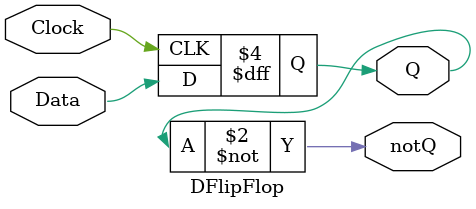
<source format=v>
`timescale 1ns / 1ps

module DFlipFlop(
    input Data,
    input Clock,
    output reg Q,
    output notQ
    );

    initial begin
        Q <= 0;
    end
    
    always @ (posedge Clock) begin //on data or enable change from 0-1 this begin
        if(Clock)
            Q <= Data;
     end
        assign notQ = ~Q; //this doesnt cause problems as until Q is called for the first time it is a invalid state
          
endmodule


</source>
